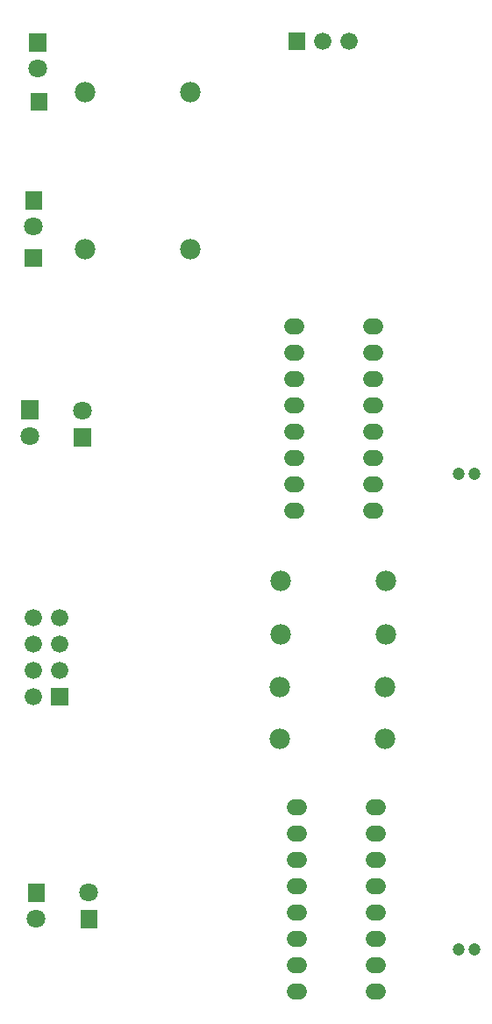
<source format=gts>
G04 Layer: TopSolderMaskLayer*
G04 EasyEDA v6.5.1, 2022-05-03 13:26:15*
G04 Gerber Generator version 0.2*
G04 Scale: 100 percent, Rotated: No, Reflected: No *
G04 Dimensions in millimeters *
G04 leading zeros omitted , absolute positions ,4 integer and 5 decimal *
%FSLAX45Y45*%
%MOMM*%

%ADD26C,1.5616*%
%ADD27C,1.2032*%
%ADD29C,1.8016*%
%ADD30R,1.6764X1.6764*%
%ADD31C,1.6764*%
%ADD32C,1.9812*%

%LPD*%
D26*
X3917149Y-3149600D02*
G01*
X3880650Y-3149600D01*
X3917149Y-3403600D02*
G01*
X3880650Y-3403600D01*
X3917149Y-3657600D02*
G01*
X3880650Y-3657600D01*
X3917149Y-3911600D02*
G01*
X3880650Y-3911600D01*
X3917149Y-4165600D02*
G01*
X3880650Y-4165600D01*
X3917149Y-4419600D02*
G01*
X3880650Y-4419600D01*
X3917149Y-4673600D02*
G01*
X3880650Y-4673600D01*
X3917149Y-4927600D02*
G01*
X3880650Y-4927600D01*
X4679149Y-3149600D02*
G01*
X4642650Y-3149600D01*
X4679149Y-3403600D02*
G01*
X4642650Y-3403600D01*
X4679149Y-3657600D02*
G01*
X4642650Y-3657600D01*
X4679149Y-3911600D02*
G01*
X4642650Y-3911600D01*
X4679149Y-4165600D02*
G01*
X4642650Y-4165600D01*
X4679149Y-4419600D02*
G01*
X4642650Y-4419600D01*
X4679149Y-4673600D02*
G01*
X4642650Y-4673600D01*
X4679149Y-4927600D02*
G01*
X4642650Y-4927600D01*
X3942549Y-7785100D02*
G01*
X3906050Y-7785100D01*
X3942549Y-8039100D02*
G01*
X3906050Y-8039100D01*
X3942549Y-8293100D02*
G01*
X3906050Y-8293100D01*
X3942549Y-8547100D02*
G01*
X3906050Y-8547100D01*
X3942549Y-8801100D02*
G01*
X3906050Y-8801100D01*
X3942549Y-9055100D02*
G01*
X3906050Y-9055100D01*
X3942549Y-9309100D02*
G01*
X3906050Y-9309100D01*
X3942549Y-9563100D02*
G01*
X3906050Y-9563100D01*
X4704549Y-7785100D02*
G01*
X4668050Y-7785100D01*
X4704549Y-8039100D02*
G01*
X4668050Y-8039100D01*
X4704549Y-8293100D02*
G01*
X4668050Y-8293100D01*
X4704549Y-8547100D02*
G01*
X4668050Y-8547100D01*
X4704549Y-8801100D02*
G01*
X4668050Y-8801100D01*
X4704549Y-9055100D02*
G01*
X4668050Y-9055100D01*
X4704549Y-9309100D02*
G01*
X4668050Y-9309100D01*
X4704549Y-9563100D02*
G01*
X4668050Y-9563100D01*
D27*
G01*
X5637656Y-9156700D03*
G01*
X5487543Y-9156700D03*
G01*
X5637656Y-4572000D03*
G01*
X5487543Y-4572000D03*
G36*
X1770379Y-4306570D02*
G01*
X1770379Y-4126229D01*
X1938020Y-4126229D01*
X1938020Y-4306570D01*
G37*
D29*
G01*
X1854200Y-3962400D03*
G36*
X1262379Y-4039870D02*
G01*
X1262379Y-3859529D01*
X1430020Y-3859529D01*
X1430020Y-4039870D01*
G37*
G01*
X1346200Y-4203700D03*
G36*
X1338579Y-496570D02*
G01*
X1338579Y-316229D01*
X1506220Y-316229D01*
X1506220Y-496570D01*
G37*
G01*
X1422400Y-660400D03*
G36*
X1300479Y-2020570D02*
G01*
X1300479Y-1840229D01*
X1468120Y-1840229D01*
X1468120Y-2020570D01*
G37*
G01*
X1384300Y-2184400D03*
G36*
X1325879Y-8700770D02*
G01*
X1325879Y-8520429D01*
X1493520Y-8520429D01*
X1493520Y-8700770D01*
G37*
G01*
X1409700Y-8864600D03*
G36*
X1833879Y-8954770D02*
G01*
X1833879Y-8774429D01*
X2001520Y-8774429D01*
X2001520Y-8954770D01*
G37*
G01*
X1917700Y-8610600D03*
D30*
G01*
X1638300Y-6718300D03*
D31*
G01*
X1384300Y-6718300D03*
G01*
X1638300Y-6464300D03*
G01*
X1384300Y-6464300D03*
G01*
X1638300Y-6210300D03*
G01*
X1384300Y-6210300D03*
G01*
X1638300Y-5956300D03*
G01*
X1384300Y-5956300D03*
G36*
X1351279Y-1061720D02*
G01*
X1351279Y-894079D01*
X1518920Y-894079D01*
X1518920Y-1061720D01*
G37*
D30*
G01*
X1384300Y-2489200D03*
D31*
G01*
X4432300Y-393700D03*
G01*
X4178300Y-393700D03*
G36*
X3840479Y-477520D02*
G01*
X3840479Y-309879D01*
X4008120Y-309879D01*
X4008120Y-477520D01*
G37*
D32*
G01*
X2895600Y-889000D03*
G01*
X1879600Y-889000D03*
G01*
X4787900Y-5600700D03*
G01*
X3771900Y-5600700D03*
G01*
X4787900Y-6121400D03*
G01*
X3771900Y-6121400D03*
G01*
X4775200Y-6629400D03*
G01*
X3759200Y-6629400D03*
G01*
X4775200Y-7124700D03*
G01*
X3759200Y-7124700D03*
G01*
X2895600Y-2400300D03*
G01*
X1879600Y-2400300D03*
M02*

</source>
